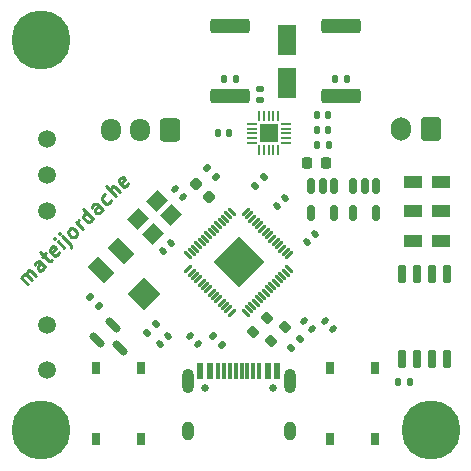
<source format=gbr>
%TF.GenerationSoftware,KiCad,Pcbnew,(6.0.9-0)*%
%TF.CreationDate,2022-12-13T13:56:08-05:00*%
%TF.ProjectId,easy-esc,65617379-2d65-4736-932e-6b696361645f,rev?*%
%TF.SameCoordinates,Original*%
%TF.FileFunction,Soldermask,Top*%
%TF.FilePolarity,Negative*%
%FSLAX46Y46*%
G04 Gerber Fmt 4.6, Leading zero omitted, Abs format (unit mm)*
G04 Created by KiCad (PCBNEW (6.0.9-0)) date 2022-12-13 13:56:08*
%MOMM*%
%LPD*%
G01*
G04 APERTURE LIST*
G04 Aperture macros list*
%AMRoundRect*
0 Rectangle with rounded corners*
0 $1 Rounding radius*
0 $2 $3 $4 $5 $6 $7 $8 $9 X,Y pos of 4 corners*
0 Add a 4 corners polygon primitive as box body*
4,1,4,$2,$3,$4,$5,$6,$7,$8,$9,$2,$3,0*
0 Add four circle primitives for the rounded corners*
1,1,$1+$1,$2,$3*
1,1,$1+$1,$4,$5*
1,1,$1+$1,$6,$7*
1,1,$1+$1,$8,$9*
0 Add four rect primitives between the rounded corners*
20,1,$1+$1,$2,$3,$4,$5,0*
20,1,$1+$1,$4,$5,$6,$7,0*
20,1,$1+$1,$6,$7,$8,$9,0*
20,1,$1+$1,$8,$9,$2,$3,0*%
%AMRotRect*
0 Rectangle, with rotation*
0 The origin of the aperture is its center*
0 $1 length*
0 $2 width*
0 $3 Rotation angle, in degrees counterclockwise*
0 Add horizontal line*
21,1,$1,$2,0,0,$3*%
G04 Aperture macros list end*
%ADD10C,0.250000*%
%ADD11RoundRect,0.050000X-0.375000X-0.050000X0.375000X-0.050000X0.375000X0.050000X-0.375000X0.050000X0*%
%ADD12RoundRect,0.050000X-0.050000X-0.375000X0.050000X-0.375000X0.050000X0.375000X-0.050000X0.375000X0*%
%ADD13R,1.650000X1.650000*%
%ADD14RoundRect,0.250000X0.550000X-1.050000X0.550000X1.050000X-0.550000X1.050000X-0.550000X-1.050000X0*%
%ADD15RoundRect,0.135000X-0.035355X0.226274X-0.226274X0.035355X0.035355X-0.226274X0.226274X-0.035355X0*%
%ADD16RoundRect,0.150000X-0.150000X0.512500X-0.150000X-0.512500X0.150000X-0.512500X0.150000X0.512500X0*%
%ADD17RoundRect,0.150000X-0.150000X0.650000X-0.150000X-0.650000X0.150000X-0.650000X0.150000X0.650000X0*%
%ADD18R,0.750000X1.000000*%
%ADD19RoundRect,0.135000X0.226274X0.035355X0.035355X0.226274X-0.226274X-0.035355X-0.035355X-0.226274X0*%
%ADD20RoundRect,0.250000X1.425000X-0.362500X1.425000X0.362500X-1.425000X0.362500X-1.425000X-0.362500X0*%
%ADD21RoundRect,0.135000X0.135000X0.185000X-0.135000X0.185000X-0.135000X-0.185000X0.135000X-0.185000X0*%
%ADD22RoundRect,0.140000X0.219203X0.021213X0.021213X0.219203X-0.219203X-0.021213X-0.021213X-0.219203X0*%
%ADD23RotRect,1.400000X1.200000X225.000000*%
%ADD24RoundRect,0.135000X0.035355X-0.226274X0.226274X-0.035355X-0.035355X0.226274X-0.226274X0.035355X0*%
%ADD25RoundRect,0.218750X-0.335876X-0.026517X-0.026517X-0.335876X0.335876X0.026517X0.026517X0.335876X0*%
%ADD26C,5.000000*%
%ADD27RoundRect,0.140000X0.021213X-0.219203X0.219203X-0.021213X-0.021213X0.219203X-0.219203X0.021213X0*%
%ADD28RoundRect,0.140000X-0.140000X-0.170000X0.140000X-0.170000X0.140000X0.170000X-0.140000X0.170000X0*%
%ADD29C,1.500000*%
%ADD30RoundRect,0.140000X-0.021213X0.219203X-0.219203X0.021213X0.021213X-0.219203X0.219203X-0.021213X0*%
%ADD31RoundRect,0.250000X0.600000X0.725000X-0.600000X0.725000X-0.600000X-0.725000X0.600000X-0.725000X0*%
%ADD32O,1.700000X1.950000*%
%ADD33RoundRect,0.135000X-0.135000X-0.185000X0.135000X-0.185000X0.135000X0.185000X-0.135000X0.185000X0*%
%ADD34RoundRect,0.200000X-0.053033X0.335876X-0.335876X0.053033X0.053033X-0.335876X0.335876X-0.053033X0*%
%ADD35RoundRect,0.250000X0.600000X0.750000X-0.600000X0.750000X-0.600000X-0.750000X0.600000X-0.750000X0*%
%ADD36O,1.700000X2.000000*%
%ADD37RoundRect,0.218750X0.218750X0.256250X-0.218750X0.256250X-0.218750X-0.256250X0.218750X-0.256250X0*%
%ADD38RotRect,1.300000X2.000000X45.000000*%
%ADD39RotRect,2.000000X2.000000X45.000000*%
%ADD40RoundRect,0.150000X-0.521491X0.309359X0.309359X-0.521491X0.521491X-0.309359X-0.309359X0.521491X0*%
%ADD41RoundRect,0.140000X0.140000X0.170000X-0.140000X0.170000X-0.140000X-0.170000X0.140000X-0.170000X0*%
%ADD42RoundRect,0.006000X0.226274X0.359210X-0.359210X-0.226274X-0.226274X-0.359210X0.359210X0.226274X0*%
%ADD43RoundRect,0.020000X-0.226274X0.339411X-0.339411X0.226274X0.226274X-0.339411X0.339411X-0.226274X0*%
%ADD44RotRect,3.100000X3.100000X225.000000*%
%ADD45R,1.600000X1.000000*%
%ADD46RoundRect,0.140000X0.170000X-0.140000X0.170000X0.140000X-0.170000X0.140000X-0.170000X-0.140000X0*%
%ADD47C,0.650000*%
%ADD48R,0.600000X1.450000*%
%ADD49R,0.300000X1.450000*%
%ADD50O,1.000000X1.600000*%
%ADD51O,1.000000X2.100000*%
G04 APERTURE END LIST*
D10*
X115480811Y-124554904D02*
X114915125Y-123989219D01*
X114995937Y-124070031D02*
X114995937Y-123989219D01*
X115036344Y-123868001D01*
X115157562Y-123746782D01*
X115278780Y-123706376D01*
X115399998Y-123746782D01*
X115844466Y-124191249D01*
X115399998Y-123746782D02*
X115359592Y-123625564D01*
X115399998Y-123504346D01*
X115521217Y-123383127D01*
X115642435Y-123342721D01*
X115763653Y-123383127D01*
X116208121Y-123827594D01*
X116975836Y-123059878D02*
X116531369Y-122615411D01*
X116410151Y-122575005D01*
X116288933Y-122615411D01*
X116127308Y-122777036D01*
X116086902Y-122898254D01*
X116935430Y-123019472D02*
X116895024Y-123140691D01*
X116692994Y-123342721D01*
X116571775Y-123383127D01*
X116450557Y-123342721D01*
X116369745Y-123261909D01*
X116329339Y-123140691D01*
X116369745Y-123019472D01*
X116571775Y-122817442D01*
X116612182Y-122696224D01*
X116692994Y-122211350D02*
X117016243Y-121888102D01*
X116531369Y-121807289D02*
X117258679Y-122534599D01*
X117379897Y-122575005D01*
X117501116Y-122534599D01*
X117581928Y-122453787D01*
X118147613Y-121807289D02*
X118107207Y-121928508D01*
X117945583Y-122090132D01*
X117824365Y-122130538D01*
X117703146Y-122090132D01*
X117379897Y-121766883D01*
X117339491Y-121645665D01*
X117379897Y-121524447D01*
X117541522Y-121362822D01*
X117662740Y-121322416D01*
X117783958Y-121362822D01*
X117864771Y-121443634D01*
X117541522Y-121928508D01*
X118592081Y-121443634D02*
X118026395Y-120877949D01*
X117743552Y-120595106D02*
X117743552Y-120675918D01*
X117824365Y-120675918D01*
X117824365Y-120595106D01*
X117743552Y-120595106D01*
X117824365Y-120675918D01*
X118430456Y-120473888D02*
X119157766Y-121201198D01*
X119198172Y-121322416D01*
X119157766Y-121443634D01*
X119117360Y-121484041D01*
X118147613Y-120191045D02*
X118147613Y-120271857D01*
X118228426Y-120271857D01*
X118228426Y-120191045D01*
X118147613Y-120191045D01*
X118228426Y-120271857D01*
X119521421Y-120514294D02*
X119400203Y-120554700D01*
X119319390Y-120554700D01*
X119198172Y-120514294D01*
X118955735Y-120271857D01*
X118915329Y-120150639D01*
X118915329Y-120069827D01*
X118955735Y-119948609D01*
X119076954Y-119827390D01*
X119198172Y-119786984D01*
X119278984Y-119786984D01*
X119400203Y-119827390D01*
X119642639Y-120069827D01*
X119683045Y-120191045D01*
X119683045Y-120271857D01*
X119642639Y-120393076D01*
X119521421Y-120514294D01*
X120167918Y-119867796D02*
X119602233Y-119302111D01*
X119763857Y-119463735D02*
X119723451Y-119342517D01*
X119723451Y-119261705D01*
X119763857Y-119140487D01*
X119844670Y-119059674D01*
X121056853Y-118978862D02*
X120208325Y-118130334D01*
X121016447Y-118938456D02*
X120976041Y-119059674D01*
X120814416Y-119221299D01*
X120693198Y-119261705D01*
X120612386Y-119261705D01*
X120491167Y-119221299D01*
X120248731Y-118978862D01*
X120208325Y-118857644D01*
X120208325Y-118776832D01*
X120248731Y-118655613D01*
X120410355Y-118493989D01*
X120531573Y-118453583D01*
X121824569Y-118211146D02*
X121380102Y-117766679D01*
X121258883Y-117726273D01*
X121137665Y-117766679D01*
X120976041Y-117928304D01*
X120935634Y-118049522D01*
X121784163Y-118170740D02*
X121743756Y-118291958D01*
X121541726Y-118493989D01*
X121420508Y-118534395D01*
X121299289Y-118493989D01*
X121218477Y-118413177D01*
X121178071Y-118291958D01*
X121218477Y-118170740D01*
X121420508Y-117968710D01*
X121460914Y-117847491D01*
X122551878Y-117403024D02*
X122511472Y-117524243D01*
X122349848Y-117685867D01*
X122228630Y-117726273D01*
X122147817Y-117726273D01*
X122026599Y-117685867D01*
X121784163Y-117443430D01*
X121743756Y-117322212D01*
X121743756Y-117241400D01*
X121784163Y-117120182D01*
X121945787Y-116958557D01*
X122067005Y-116918151D01*
X122955940Y-117079775D02*
X122107411Y-116231247D01*
X123319594Y-116716121D02*
X122875127Y-116271653D01*
X122753909Y-116231247D01*
X122632691Y-116271653D01*
X122511472Y-116392872D01*
X122471066Y-116514090D01*
X122471066Y-116594902D01*
X124006498Y-115948405D02*
X123966092Y-116069623D01*
X123804468Y-116231247D01*
X123683249Y-116271653D01*
X123562031Y-116231247D01*
X123238782Y-115907998D01*
X123198376Y-115786780D01*
X123238782Y-115665562D01*
X123400407Y-115503937D01*
X123521625Y-115463531D01*
X123642843Y-115503937D01*
X123723655Y-115584750D01*
X123400407Y-116069623D01*
D11*
%TO.C,U101*%
X134440000Y-110960000D03*
X134440000Y-111360000D03*
X134440000Y-111760000D03*
X134440000Y-112160000D03*
X134440000Y-112560000D03*
D12*
X135090000Y-113210000D03*
X135490000Y-113210000D03*
X135890000Y-113210000D03*
X136290000Y-113210000D03*
X136690000Y-113210000D03*
D11*
X137340000Y-112560000D03*
X137340000Y-112160000D03*
X137340000Y-111760000D03*
X137340000Y-111360000D03*
X137340000Y-110960000D03*
D12*
X136690000Y-110310000D03*
X136290000Y-110310000D03*
X135890000Y-110310000D03*
X135490000Y-110310000D03*
X135090000Y-110310000D03*
D13*
X135890000Y-111760000D03*
%TD*%
D14*
%TO.C,C113*%
X137414000Y-107464000D03*
X137414000Y-103864000D03*
%TD*%
D15*
%TO.C,R109*%
X126344624Y-127909376D03*
X125623376Y-128630624D03*
%TD*%
D16*
%TO.C,U105*%
X141412000Y-116210500D03*
X140462000Y-116210500D03*
X139512000Y-116210500D03*
X139512000Y-118485500D03*
X141412000Y-118485500D03*
%TD*%
D17*
%TO.C,U103*%
X151003000Y-123654000D03*
X149733000Y-123654000D03*
X148463000Y-123654000D03*
X147193000Y-123654000D03*
X147193000Y-130854000D03*
X148463000Y-130854000D03*
X149733000Y-130854000D03*
X151003000Y-130854000D03*
%TD*%
D18*
%TO.C,SW101*%
X141127000Y-131620000D03*
X141127000Y-137620000D03*
X144877000Y-131620000D03*
X144877000Y-137620000D03*
%TD*%
D19*
%TO.C,R107*%
X131424624Y-115422624D03*
X130703376Y-114701376D03*
%TD*%
D20*
%TO.C,R105*%
X132588000Y-108626500D03*
X132588000Y-102701500D03*
%TD*%
D21*
%TO.C,R108*%
X147830000Y-132842000D03*
X146810000Y-132842000D03*
%TD*%
D22*
%TO.C,C107*%
X128609411Y-117179411D03*
X127930589Y-116500589D03*
%TD*%
D23*
%TO.C,Y101*%
X126414777Y-117493142D03*
X124859142Y-119048777D03*
X126061223Y-120250858D03*
X127616858Y-118695223D03*
%TD*%
D24*
%TO.C,R104*%
X137815376Y-129900624D03*
X138536624Y-129179376D03*
%TD*%
D22*
%TO.C,C110*%
X139531411Y-128355411D03*
X138852589Y-127676589D03*
%TD*%
D25*
%TO.C,D102*%
X129745153Y-116029153D03*
X130858847Y-117142847D03*
%TD*%
D26*
%TO.C,H101*%
X116596000Y-103896000D03*
X116596000Y-136896000D03*
X149596000Y-136896000D03*
%TD*%
D27*
%TO.C,C104*%
X126660589Y-129625411D03*
X127339411Y-128946589D03*
%TD*%
D28*
%TO.C,C101*%
X139982000Y-110236000D03*
X140942000Y-110236000D03*
%TD*%
D29*
%TO.C,TP105*%
X117094000Y-131826000D03*
%TD*%
D30*
%TO.C,C111*%
X137245411Y-117262589D03*
X136566589Y-117941411D03*
%TD*%
D16*
%TO.C,U106*%
X144968000Y-116210500D03*
X144018000Y-116210500D03*
X143068000Y-116210500D03*
X143068000Y-118485500D03*
X144968000Y-118485500D03*
%TD*%
D31*
%TO.C,J102*%
X127508000Y-111506000D03*
D32*
X125008000Y-111506000D03*
X122508000Y-111506000D03*
%TD*%
D22*
%TO.C,C106*%
X129879411Y-129625411D03*
X129200589Y-128946589D03*
%TD*%
D29*
%TO.C,TP104*%
X117094000Y-128016000D03*
%TD*%
D20*
%TO.C,R106*%
X141986000Y-108626500D03*
X141986000Y-102701500D03*
%TD*%
D29*
%TO.C,TP101*%
X117094000Y-112268000D03*
%TD*%
D33*
%TO.C,R101*%
X139952000Y-112776000D03*
X140972000Y-112776000D03*
%TD*%
D34*
%TO.C,R110*%
X135711363Y-127432637D03*
X134544637Y-128599363D03*
%TD*%
D29*
%TO.C,TP103*%
X117094000Y-118364000D03*
%TD*%
D30*
%TO.C,C108*%
X127593411Y-121072589D03*
X126914589Y-121751411D03*
%TD*%
D35*
%TO.C,J103*%
X149606000Y-111400000D03*
D36*
X147106000Y-111400000D03*
%TD*%
D37*
%TO.C,D101*%
X140741500Y-114300000D03*
X139166500Y-114300000D03*
%TD*%
D38*
%TO.C,RV101*%
X123350959Y-121724614D03*
D39*
X125366214Y-125366214D03*
D38*
X121724614Y-123350959D03*
%TD*%
D15*
%TO.C,R102*%
X135488624Y-115463376D03*
X134767376Y-116184624D03*
%TD*%
D30*
%TO.C,C109*%
X139785411Y-120310589D03*
X139106589Y-120989411D03*
%TD*%
D22*
%TO.C,C112*%
X141309411Y-128355411D03*
X140630589Y-127676589D03*
%TD*%
D40*
%TO.C,U102*%
X122690839Y-127951336D03*
X121347336Y-129294839D03*
X123344913Y-129948913D03*
%TD*%
D19*
%TO.C,R103*%
X131932624Y-129646624D03*
X131211376Y-128925376D03*
%TD*%
%TO.C,R112*%
X121518624Y-126344624D03*
X120797376Y-125623376D03*
%TD*%
D18*
%TO.C,SW102*%
X125065000Y-137668000D03*
X125065000Y-131668000D03*
X121315000Y-131668000D03*
X121315000Y-137668000D03*
%TD*%
D33*
%TO.C,R113*%
X132078000Y-107188000D03*
X133098000Y-107188000D03*
%TD*%
D29*
%TO.C,TP102*%
X117094000Y-115316000D03*
%TD*%
D41*
%TO.C,C103*%
X140942000Y-111506000D03*
X139982000Y-111506000D03*
%TD*%
D42*
%TO.C,U104*%
X137617389Y-122091566D03*
X137334547Y-121808723D03*
X137051704Y-121525880D03*
X136768861Y-121243038D03*
X136486019Y-120960195D03*
X136203176Y-120677352D03*
X135920333Y-120394510D03*
X135637490Y-120111667D03*
X135354648Y-119828824D03*
X135071805Y-119545981D03*
X134788962Y-119263139D03*
X134506120Y-118980296D03*
X134223277Y-118697453D03*
X133940434Y-118414611D03*
D43*
X132759566Y-118414611D03*
X132476723Y-118697453D03*
X132193880Y-118980296D03*
X131911038Y-119263139D03*
X131628195Y-119545981D03*
X131345352Y-119828824D03*
X131062510Y-120111667D03*
X130779667Y-120394510D03*
X130496824Y-120677352D03*
X130213981Y-120960195D03*
X129931139Y-121243038D03*
X129648296Y-121525880D03*
X129365453Y-121808723D03*
X129082611Y-122091566D03*
D42*
X129082611Y-123272434D03*
X129365453Y-123555277D03*
X129648296Y-123838120D03*
X129931139Y-124120962D03*
X130213981Y-124403805D03*
X130496824Y-124686648D03*
X130779667Y-124969490D03*
X131062510Y-125252333D03*
X131345352Y-125535176D03*
X131628195Y-125818019D03*
X131911038Y-126100861D03*
X132193880Y-126383704D03*
X132476723Y-126666547D03*
X132759566Y-126949389D03*
D43*
X133940434Y-126949389D03*
X134223277Y-126666547D03*
X134506120Y-126383704D03*
X134788962Y-126100861D03*
X135071805Y-125818019D03*
X135354648Y-125535176D03*
X135637490Y-125252333D03*
X135920333Y-124969490D03*
X136203176Y-124686648D03*
X136486019Y-124403805D03*
X136768861Y-124120962D03*
X137051704Y-123838120D03*
X137334547Y-123555277D03*
X137617389Y-123272434D03*
D44*
X133350000Y-122682000D03*
%TD*%
D45*
%TO.C,SW103*%
X148120000Y-115856000D03*
X148120000Y-118356000D03*
X148120000Y-120856000D03*
X150520000Y-115856000D03*
X150520000Y-118356000D03*
X150520000Y-120856000D03*
%TD*%
D34*
%TO.C,R111*%
X137235363Y-128194637D03*
X136068637Y-129361363D03*
%TD*%
D33*
%TO.C,R114*%
X141476000Y-107188000D03*
X142496000Y-107188000D03*
%TD*%
D46*
%TO.C,C105*%
X135128000Y-108938000D03*
X135128000Y-107978000D03*
%TD*%
D41*
%TO.C,C102*%
X132560000Y-111760000D03*
X131600000Y-111760000D03*
%TD*%
D47*
%TO.C,J101*%
X136240000Y-133290000D03*
X130460000Y-133290000D03*
D48*
X130100000Y-131845000D03*
X130900000Y-131845000D03*
D49*
X132100000Y-131845000D03*
X133100000Y-131845000D03*
X133600000Y-131845000D03*
X134600000Y-131845000D03*
D48*
X135800000Y-131845000D03*
X136600000Y-131845000D03*
X136600000Y-131845000D03*
X135800000Y-131845000D03*
D49*
X135100000Y-131845000D03*
X134100000Y-131845000D03*
X132600000Y-131845000D03*
X131600000Y-131845000D03*
D48*
X130900000Y-131845000D03*
X130100000Y-131845000D03*
D50*
X129030000Y-136940000D03*
X137670000Y-136940000D03*
D51*
X137670000Y-132760000D03*
X129030000Y-132760000D03*
%TD*%
M02*

</source>
